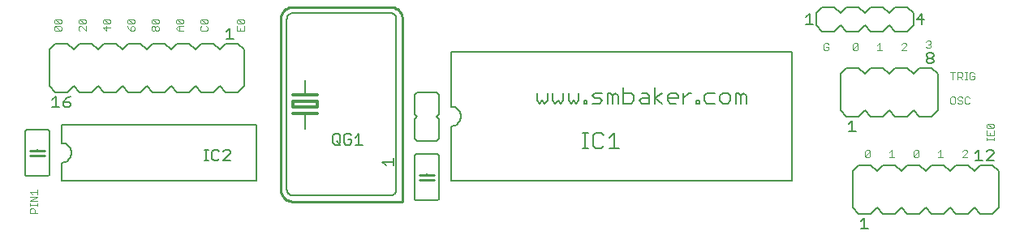
<source format=gto>
G75*
%MOIN*%
%OFA0B0*%
%FSLAX24Y24*%
%IPPOS*%
%LPD*%
%AMOC8*
5,1,8,0,0,1.08239X$1,22.5*
%
%ADD10C,0.0030*%
%ADD11C,0.0060*%
%ADD12C,0.0050*%
%ADD13C,0.0100*%
%ADD14C,0.0120*%
D10*
X000375Y002195D02*
X000375Y002340D01*
X000423Y002388D01*
X000520Y002388D01*
X000568Y002340D01*
X000568Y002195D01*
X000665Y002195D02*
X000375Y002195D01*
X000375Y002490D02*
X000375Y002586D01*
X000375Y002538D02*
X000665Y002538D01*
X000665Y002490D02*
X000665Y002586D01*
X000665Y002686D02*
X000375Y002686D01*
X000665Y002880D01*
X000375Y002880D01*
X000472Y002981D02*
X000375Y003077D01*
X000665Y003077D01*
X000665Y002981D02*
X000665Y003174D01*
X001423Y009695D02*
X001375Y009743D01*
X001375Y009840D01*
X001423Y009888D01*
X001617Y009695D01*
X001665Y009743D01*
X001665Y009840D01*
X001617Y009888D01*
X001423Y009888D01*
X001423Y009990D02*
X001375Y010038D01*
X001375Y010135D01*
X001423Y010183D01*
X001617Y009990D01*
X001665Y010038D01*
X001665Y010135D01*
X001617Y010183D01*
X001423Y010183D01*
X001423Y009990D02*
X001617Y009990D01*
X001617Y009695D02*
X001423Y009695D01*
X002375Y009743D02*
X002423Y009695D01*
X002375Y009743D02*
X002375Y009840D01*
X002423Y009888D01*
X002472Y009888D01*
X002665Y009695D01*
X002665Y009888D01*
X002617Y009990D02*
X002423Y010183D01*
X002617Y010183D01*
X002665Y010135D01*
X002665Y010038D01*
X002617Y009990D01*
X002423Y009990D01*
X002375Y010038D01*
X002375Y010135D01*
X002423Y010183D01*
X003375Y010135D02*
X003375Y010038D01*
X003423Y009990D01*
X003617Y009990D01*
X003423Y010183D01*
X003617Y010183D01*
X003665Y010135D01*
X003665Y010038D01*
X003617Y009990D01*
X003520Y009888D02*
X003520Y009695D01*
X003375Y009840D01*
X003665Y009840D01*
X004375Y009888D02*
X004423Y009792D01*
X004520Y009695D01*
X004520Y009840D01*
X004568Y009888D01*
X004617Y009888D01*
X004665Y009840D01*
X004665Y009743D01*
X004617Y009695D01*
X004520Y009695D01*
X004617Y009990D02*
X004423Y009990D01*
X004375Y010038D01*
X004375Y010135D01*
X004423Y010183D01*
X004617Y009990D01*
X004665Y010038D01*
X004665Y010135D01*
X004617Y010183D01*
X004423Y010183D01*
X003423Y010183D02*
X003375Y010135D01*
X005375Y010135D02*
X005375Y010038D01*
X005423Y009990D01*
X005617Y009990D01*
X005423Y010183D01*
X005617Y010183D01*
X005665Y010135D01*
X005665Y010038D01*
X005617Y009990D01*
X005617Y009888D02*
X005665Y009840D01*
X005665Y009743D01*
X005617Y009695D01*
X005568Y009695D01*
X005520Y009743D01*
X005520Y009840D01*
X005568Y009888D01*
X005617Y009888D01*
X005520Y009840D02*
X005472Y009888D01*
X005423Y009888D01*
X005375Y009840D01*
X005375Y009743D01*
X005423Y009695D01*
X005472Y009695D01*
X005520Y009743D01*
X006375Y009792D02*
X006472Y009888D01*
X006665Y009888D01*
X006617Y009990D02*
X006423Y010183D01*
X006617Y010183D01*
X006665Y010135D01*
X006665Y010038D01*
X006617Y009990D01*
X006423Y009990D01*
X006375Y010038D01*
X006375Y010135D01*
X006423Y010183D01*
X006520Y009888D02*
X006520Y009695D01*
X006472Y009695D02*
X006375Y009792D01*
X006472Y009695D02*
X006665Y009695D01*
X007375Y009743D02*
X007423Y009695D01*
X007617Y009695D01*
X007665Y009743D01*
X007665Y009840D01*
X007617Y009888D01*
X007617Y009990D02*
X007423Y010183D01*
X007617Y010183D01*
X007665Y010135D01*
X007665Y010038D01*
X007617Y009990D01*
X007423Y009990D01*
X007375Y010038D01*
X007375Y010135D01*
X007423Y010183D01*
X007423Y009888D02*
X007375Y009840D01*
X007375Y009743D01*
X008875Y009695D02*
X009165Y009695D01*
X009165Y009888D01*
X009117Y009990D02*
X008923Y010183D01*
X009117Y010183D01*
X009165Y010135D01*
X009165Y010038D01*
X009117Y009990D01*
X008923Y009990D01*
X008875Y010038D01*
X008875Y010135D01*
X008923Y010183D01*
X008875Y009888D02*
X008875Y009695D01*
X009020Y009695D02*
X009020Y009792D01*
X005423Y010183D02*
X005375Y010135D01*
X032995Y009137D02*
X032995Y008943D01*
X033043Y008895D01*
X033140Y008895D01*
X033188Y008943D01*
X033188Y009040D01*
X033092Y009040D01*
X033188Y009137D02*
X033140Y009185D01*
X033043Y009185D01*
X032995Y009137D01*
X034195Y009137D02*
X034195Y008943D01*
X034388Y009137D01*
X034388Y008943D01*
X034340Y008895D01*
X034243Y008895D01*
X034195Y008943D01*
X034195Y009137D02*
X034243Y009185D01*
X034340Y009185D01*
X034388Y009137D01*
X035195Y009088D02*
X035292Y009185D01*
X035292Y008895D01*
X035388Y008895D02*
X035195Y008895D01*
X036195Y008895D02*
X036388Y009088D01*
X036388Y009137D01*
X036340Y009185D01*
X036243Y009185D01*
X036195Y009137D01*
X036195Y008895D02*
X036388Y008895D01*
X037195Y009043D02*
X037243Y008995D01*
X037340Y008995D01*
X037388Y009043D01*
X037388Y009092D01*
X037340Y009140D01*
X037292Y009140D01*
X037340Y009140D02*
X037388Y009188D01*
X037388Y009237D01*
X037340Y009285D01*
X037243Y009285D01*
X037195Y009237D01*
X038195Y007985D02*
X038388Y007985D01*
X038292Y007985D02*
X038292Y007695D01*
X038490Y007695D02*
X038490Y007985D01*
X038635Y007985D01*
X038683Y007937D01*
X038683Y007840D01*
X038635Y007792D01*
X038490Y007792D01*
X038586Y007792D02*
X038683Y007695D01*
X038784Y007695D02*
X038881Y007695D01*
X038833Y007695D02*
X038833Y007985D01*
X038881Y007985D02*
X038784Y007985D01*
X038981Y007937D02*
X038981Y007743D01*
X039029Y007695D01*
X039126Y007695D01*
X039174Y007743D01*
X039174Y007840D01*
X039077Y007840D01*
X038981Y007937D02*
X039029Y007985D01*
X039126Y007985D01*
X039174Y007937D01*
X038929Y006985D02*
X038833Y006985D01*
X038784Y006937D01*
X038784Y006743D01*
X038833Y006695D01*
X038929Y006695D01*
X038978Y006743D01*
X038683Y006743D02*
X038635Y006695D01*
X038538Y006695D01*
X038490Y006743D01*
X038388Y006743D02*
X038340Y006695D01*
X038243Y006695D01*
X038195Y006743D01*
X038195Y006937D01*
X038243Y006985D01*
X038340Y006985D01*
X038388Y006937D01*
X038388Y006743D01*
X038490Y006888D02*
X038538Y006840D01*
X038635Y006840D01*
X038683Y006792D01*
X038683Y006743D01*
X038490Y006888D02*
X038490Y006937D01*
X038538Y006985D01*
X038635Y006985D01*
X038683Y006937D01*
X038929Y006985D02*
X038978Y006937D01*
X039723Y005880D02*
X039917Y005686D01*
X039965Y005734D01*
X039965Y005831D01*
X039917Y005880D01*
X039723Y005880D01*
X039675Y005831D01*
X039675Y005734D01*
X039723Y005686D01*
X039917Y005686D01*
X039965Y005585D02*
X039965Y005391D01*
X039675Y005391D01*
X039675Y005585D01*
X039820Y005488D02*
X039820Y005391D01*
X039965Y005292D02*
X039965Y005195D01*
X039965Y005243D02*
X039675Y005243D01*
X039675Y005195D02*
X039675Y005292D01*
X038888Y004737D02*
X038840Y004785D01*
X038743Y004785D01*
X038695Y004737D01*
X038888Y004737D02*
X038888Y004688D01*
X038695Y004495D01*
X038888Y004495D01*
X037888Y004495D02*
X037695Y004495D01*
X037792Y004495D02*
X037792Y004785D01*
X037695Y004688D01*
X036888Y004737D02*
X036888Y004543D01*
X036840Y004495D01*
X036743Y004495D01*
X036695Y004543D01*
X036888Y004737D01*
X036840Y004785D01*
X036743Y004785D01*
X036695Y004737D01*
X036695Y004543D01*
X035888Y004495D02*
X035695Y004495D01*
X035792Y004495D02*
X035792Y004785D01*
X035695Y004688D01*
X034888Y004737D02*
X034888Y004543D01*
X034840Y004495D01*
X034743Y004495D01*
X034695Y004543D01*
X034888Y004737D01*
X034840Y004785D01*
X034743Y004785D01*
X034695Y004737D01*
X034695Y004543D01*
D11*
X034930Y004180D02*
X034430Y004180D01*
X034180Y003930D01*
X034180Y002430D01*
X034430Y002180D01*
X034930Y002180D01*
X035180Y002430D01*
X035430Y002180D01*
X035930Y002180D01*
X036180Y002430D01*
X036430Y002180D01*
X036930Y002180D01*
X037180Y002430D01*
X037430Y002180D01*
X037930Y002180D01*
X038180Y002430D01*
X038430Y002180D01*
X038930Y002180D01*
X039180Y002430D01*
X039430Y002180D01*
X039930Y002180D01*
X040180Y002430D01*
X040180Y003930D01*
X039930Y004180D01*
X039430Y004180D01*
X039180Y003930D01*
X038930Y004180D01*
X038430Y004180D01*
X038180Y003930D01*
X037930Y004180D01*
X037430Y004180D01*
X037180Y003930D01*
X036930Y004180D01*
X036430Y004180D01*
X036180Y003930D01*
X035930Y004180D01*
X035430Y004180D01*
X035180Y003930D01*
X034930Y004180D01*
X031680Y003530D02*
X031680Y008830D01*
X017680Y008830D01*
X017680Y006580D01*
X017180Y006280D02*
X017180Y007080D01*
X017080Y007180D01*
X016280Y007180D01*
X016180Y007080D01*
X016180Y006280D01*
X016280Y006180D01*
X016180Y006080D01*
X016180Y005280D01*
X016280Y005180D01*
X017080Y005180D01*
X017180Y005280D01*
X017180Y006080D01*
X017080Y006180D01*
X017180Y006280D01*
X017680Y006580D02*
X017719Y006578D01*
X017758Y006572D01*
X017796Y006563D01*
X017833Y006550D01*
X017869Y006533D01*
X017902Y006513D01*
X017934Y006489D01*
X017963Y006463D01*
X017989Y006434D01*
X018013Y006402D01*
X018033Y006369D01*
X018050Y006333D01*
X018063Y006296D01*
X018072Y006258D01*
X018078Y006219D01*
X018080Y006180D01*
X018078Y006141D01*
X018072Y006102D01*
X018063Y006064D01*
X018050Y006027D01*
X018033Y005991D01*
X018013Y005958D01*
X017989Y005926D01*
X017963Y005897D01*
X017934Y005871D01*
X017902Y005847D01*
X017869Y005827D01*
X017833Y005810D01*
X017796Y005797D01*
X017758Y005788D01*
X017719Y005782D01*
X017680Y005780D01*
X017680Y003530D01*
X031680Y003530D01*
X024592Y004860D02*
X024165Y004860D01*
X024379Y004860D02*
X024379Y005501D01*
X024165Y005287D01*
X023948Y005394D02*
X023841Y005501D01*
X023628Y005501D01*
X023521Y005394D01*
X023521Y004967D01*
X023628Y004860D01*
X023841Y004860D01*
X023948Y004967D01*
X023305Y004860D02*
X023091Y004860D01*
X023198Y004860D02*
X023198Y005501D01*
X023091Y005501D02*
X023305Y005501D01*
X023250Y006710D02*
X023144Y006710D01*
X023144Y006817D01*
X023250Y006817D01*
X023250Y006710D01*
X023466Y006710D02*
X023786Y006710D01*
X023893Y006817D01*
X023786Y006924D01*
X023573Y006924D01*
X023466Y007030D01*
X023573Y007137D01*
X023893Y007137D01*
X024110Y007137D02*
X024217Y007137D01*
X024324Y007030D01*
X024431Y007137D01*
X024538Y007030D01*
X024538Y006710D01*
X024324Y006710D02*
X024324Y007030D01*
X024110Y007137D02*
X024110Y006710D01*
X024755Y006710D02*
X025075Y006710D01*
X025182Y006817D01*
X025182Y007030D01*
X025075Y007137D01*
X024755Y007137D01*
X024755Y007351D02*
X024755Y006710D01*
X025400Y006817D02*
X025506Y006710D01*
X025827Y006710D01*
X025827Y007030D01*
X025720Y007137D01*
X025506Y007137D01*
X025506Y006924D02*
X025827Y006924D01*
X026044Y006924D02*
X026364Y007137D01*
X026581Y007030D02*
X026688Y007137D01*
X026902Y007137D01*
X027008Y007030D01*
X027008Y006924D01*
X026581Y006924D01*
X026581Y007030D02*
X026581Y006817D01*
X026688Y006710D01*
X026902Y006710D01*
X027226Y006710D02*
X027226Y007137D01*
X027439Y007137D02*
X027546Y007137D01*
X027439Y007137D02*
X027226Y006924D01*
X027763Y006817D02*
X027763Y006710D01*
X027870Y006710D01*
X027870Y006817D01*
X027763Y006817D01*
X028085Y006817D02*
X028192Y006710D01*
X028512Y006710D01*
X028730Y006817D02*
X028837Y006710D01*
X029050Y006710D01*
X029157Y006817D01*
X029157Y007030D01*
X029050Y007137D01*
X028837Y007137D01*
X028730Y007030D01*
X028730Y006817D01*
X029374Y006710D02*
X029374Y007137D01*
X029481Y007137D01*
X029588Y007030D01*
X029695Y007137D01*
X029801Y007030D01*
X029801Y006710D01*
X029588Y006710D02*
X029588Y007030D01*
X028512Y007137D02*
X028192Y007137D01*
X028085Y007030D01*
X028085Y006817D01*
X026364Y006710D02*
X026044Y006924D01*
X026044Y006710D02*
X026044Y007351D01*
X025506Y006924D02*
X025400Y006817D01*
X022926Y006817D02*
X022926Y007137D01*
X022499Y007137D02*
X022499Y006817D01*
X022606Y006710D01*
X022713Y006817D01*
X022819Y006710D01*
X022926Y006817D01*
X022282Y006817D02*
X022282Y007137D01*
X021855Y007137D02*
X021855Y006817D01*
X021961Y006710D01*
X022068Y006817D01*
X022175Y006710D01*
X022282Y006817D01*
X021637Y006817D02*
X021637Y007137D01*
X021210Y007137D02*
X021210Y006817D01*
X021317Y006710D01*
X021424Y006817D01*
X021530Y006710D01*
X021637Y006817D01*
X017080Y004630D02*
X016280Y004630D01*
X016263Y004628D01*
X016246Y004624D01*
X016230Y004617D01*
X016216Y004607D01*
X016203Y004594D01*
X016193Y004580D01*
X016186Y004564D01*
X016182Y004547D01*
X016180Y004530D01*
X016180Y002830D01*
X016182Y002813D01*
X016186Y002796D01*
X016193Y002780D01*
X016203Y002766D01*
X016216Y002753D01*
X016230Y002743D01*
X016246Y002736D01*
X016263Y002732D01*
X016280Y002730D01*
X017080Y002730D01*
X017097Y002732D01*
X017114Y002736D01*
X017130Y002743D01*
X017144Y002753D01*
X017157Y002766D01*
X017167Y002780D01*
X017174Y002796D01*
X017178Y002813D01*
X017180Y002830D01*
X017180Y004530D01*
X017178Y004547D01*
X017174Y004564D01*
X017167Y004580D01*
X017157Y004594D01*
X017144Y004607D01*
X017130Y004617D01*
X017114Y004624D01*
X017097Y004628D01*
X017080Y004630D01*
X016680Y003830D02*
X016680Y003780D01*
X016680Y003580D02*
X016680Y003530D01*
X015430Y003180D02*
X015430Y010180D01*
X015428Y010210D01*
X015423Y010240D01*
X015414Y010269D01*
X015401Y010296D01*
X015386Y010322D01*
X015367Y010346D01*
X015346Y010367D01*
X015322Y010386D01*
X015296Y010401D01*
X015269Y010414D01*
X015240Y010423D01*
X015210Y010428D01*
X015180Y010430D01*
X011180Y010430D01*
X011150Y010428D01*
X011120Y010423D01*
X011091Y010414D01*
X011064Y010401D01*
X011038Y010386D01*
X011014Y010367D01*
X010993Y010346D01*
X010974Y010322D01*
X010959Y010296D01*
X010946Y010269D01*
X010937Y010240D01*
X010932Y010210D01*
X010930Y010180D01*
X010930Y003180D01*
X010932Y003150D01*
X010937Y003120D01*
X010946Y003091D01*
X010959Y003064D01*
X010974Y003038D01*
X010993Y003014D01*
X011014Y002993D01*
X011038Y002974D01*
X011064Y002959D01*
X011091Y002946D01*
X011120Y002937D01*
X011150Y002932D01*
X011180Y002930D01*
X015180Y002930D01*
X015210Y002932D01*
X015240Y002937D01*
X015269Y002946D01*
X015296Y002959D01*
X015322Y002974D01*
X015346Y002993D01*
X015367Y003014D01*
X015386Y003038D01*
X015401Y003064D01*
X015414Y003091D01*
X015423Y003120D01*
X015428Y003150D01*
X015430Y003180D01*
X009680Y003530D02*
X009680Y005830D01*
X001680Y005830D01*
X001680Y005080D01*
X001719Y005078D01*
X001758Y005072D01*
X001796Y005063D01*
X001833Y005050D01*
X001869Y005033D01*
X001902Y005013D01*
X001934Y004989D01*
X001963Y004963D01*
X001989Y004934D01*
X002013Y004902D01*
X002033Y004869D01*
X002050Y004833D01*
X002063Y004796D01*
X002072Y004758D01*
X002078Y004719D01*
X002080Y004680D01*
X002078Y004641D01*
X002072Y004602D01*
X002063Y004564D01*
X002050Y004527D01*
X002033Y004491D01*
X002013Y004458D01*
X001989Y004426D01*
X001963Y004397D01*
X001934Y004371D01*
X001902Y004347D01*
X001869Y004327D01*
X001833Y004310D01*
X001796Y004297D01*
X001758Y004288D01*
X001719Y004282D01*
X001680Y004280D01*
X001680Y003530D01*
X009680Y003530D01*
X011680Y005680D02*
X011680Y006310D01*
X011680Y007050D02*
X011680Y007680D01*
X009180Y007430D02*
X009180Y008930D01*
X008930Y009180D01*
X008430Y009180D01*
X008180Y008930D01*
X007930Y009180D01*
X007430Y009180D01*
X007180Y008930D01*
X006930Y009180D01*
X006430Y009180D01*
X006180Y008930D01*
X005930Y009180D01*
X005430Y009180D01*
X005180Y008930D01*
X004930Y009180D01*
X004430Y009180D01*
X004180Y008930D01*
X003930Y009180D01*
X003430Y009180D01*
X003180Y008930D01*
X002930Y009180D01*
X002430Y009180D01*
X002180Y008930D01*
X001930Y009180D01*
X001430Y009180D01*
X001180Y008930D01*
X001180Y007430D01*
X001430Y007180D01*
X001930Y007180D01*
X002180Y007430D01*
X002430Y007180D01*
X002930Y007180D01*
X003180Y007430D01*
X003430Y007180D01*
X003930Y007180D01*
X004180Y007430D01*
X004430Y007180D01*
X004930Y007180D01*
X005180Y007430D01*
X005430Y007180D01*
X005930Y007180D01*
X006180Y007430D01*
X006430Y007180D01*
X006930Y007180D01*
X007180Y007430D01*
X007430Y007180D01*
X007930Y007180D01*
X008180Y007430D01*
X008430Y007180D01*
X008930Y007180D01*
X009180Y007430D01*
X001180Y005530D02*
X001180Y003830D01*
X001178Y003813D01*
X001174Y003796D01*
X001167Y003780D01*
X001157Y003766D01*
X001144Y003753D01*
X001130Y003743D01*
X001114Y003736D01*
X001097Y003732D01*
X001080Y003730D01*
X000280Y003730D01*
X000263Y003732D01*
X000246Y003736D01*
X000230Y003743D01*
X000216Y003753D01*
X000203Y003766D01*
X000193Y003780D01*
X000186Y003796D01*
X000182Y003813D01*
X000180Y003830D01*
X000180Y005530D01*
X000182Y005547D01*
X000186Y005564D01*
X000193Y005580D01*
X000203Y005594D01*
X000216Y005607D01*
X000230Y005617D01*
X000246Y005624D01*
X000263Y005628D01*
X000280Y005630D01*
X001080Y005630D01*
X001097Y005628D01*
X001114Y005624D01*
X001130Y005617D01*
X001144Y005607D01*
X001157Y005594D01*
X001167Y005580D01*
X001174Y005564D01*
X001178Y005547D01*
X001180Y005530D01*
X000680Y004830D02*
X000680Y004780D01*
X000680Y004580D02*
X000680Y004530D01*
X032680Y009930D02*
X032930Y009680D01*
X033430Y009680D01*
X033680Y009930D01*
X033930Y009680D01*
X034430Y009680D01*
X034680Y009930D01*
X034930Y009680D01*
X035430Y009680D01*
X035680Y009930D01*
X035930Y009680D01*
X036430Y009680D01*
X036680Y009930D01*
X036680Y010430D01*
X036430Y010680D01*
X035930Y010680D01*
X035680Y010430D01*
X035430Y010680D01*
X034930Y010680D01*
X034680Y010430D01*
X034430Y010680D01*
X033930Y010680D01*
X033680Y010430D01*
X033430Y010680D01*
X032930Y010680D01*
X032680Y010430D01*
X032680Y009930D01*
X033930Y008180D02*
X033680Y007930D01*
X033680Y006430D01*
X033930Y006180D01*
X034430Y006180D01*
X034680Y006430D01*
X034930Y006180D01*
X035430Y006180D01*
X035680Y006430D01*
X035930Y006180D01*
X036430Y006180D01*
X036680Y006430D01*
X036930Y006180D01*
X037430Y006180D01*
X037680Y006430D01*
X037680Y007930D01*
X037430Y008180D01*
X036930Y008180D01*
X036680Y007930D01*
X036430Y008180D01*
X035930Y008180D01*
X035680Y007930D01*
X035430Y008180D01*
X034930Y008180D01*
X034680Y007930D01*
X034430Y008180D01*
X033930Y008180D01*
D12*
X037205Y008430D02*
X037280Y008355D01*
X037430Y008355D01*
X037505Y008430D01*
X037505Y008505D01*
X037430Y008580D01*
X037280Y008580D01*
X037205Y008655D01*
X037205Y008730D01*
X037280Y008805D01*
X037430Y008805D01*
X037505Y008730D01*
X037505Y008655D01*
X037430Y008580D01*
X037280Y008580D02*
X037205Y008505D01*
X037205Y008430D01*
X037030Y009955D02*
X037030Y010405D01*
X036805Y010180D01*
X037105Y010180D01*
X032555Y009955D02*
X032255Y009955D01*
X032405Y009955D02*
X032405Y010405D01*
X032255Y010255D01*
X034155Y006005D02*
X034155Y005555D01*
X034005Y005555D02*
X034305Y005555D01*
X034005Y005855D02*
X034155Y006005D01*
X039205Y004655D02*
X039355Y004805D01*
X039355Y004355D01*
X039205Y004355D02*
X039505Y004355D01*
X039665Y004355D02*
X039966Y004655D01*
X039966Y004730D01*
X039891Y004805D01*
X039740Y004805D01*
X039665Y004730D01*
X039665Y004355D02*
X039966Y004355D01*
X034655Y002005D02*
X034655Y001555D01*
X034505Y001555D02*
X034805Y001555D01*
X034505Y001855D02*
X034655Y002005D01*
X015305Y004155D02*
X015305Y004455D01*
X015305Y004305D02*
X014855Y004305D01*
X015005Y004155D01*
X014045Y005015D02*
X013745Y005015D01*
X013895Y005015D02*
X013895Y005465D01*
X013745Y005315D01*
X013584Y005240D02*
X013434Y005240D01*
X013584Y005240D02*
X013584Y005090D01*
X013509Y005015D01*
X013359Y005015D01*
X013284Y005090D01*
X013284Y005390D01*
X013359Y005465D01*
X013509Y005465D01*
X013584Y005390D01*
X013124Y005390D02*
X013124Y005090D01*
X013049Y005015D01*
X012899Y005015D01*
X012824Y005090D01*
X012824Y005390D01*
X012899Y005465D01*
X013049Y005465D01*
X013124Y005390D01*
X012974Y005165D02*
X013124Y005015D01*
X008623Y004730D02*
X008623Y004655D01*
X008322Y004355D01*
X008623Y004355D01*
X008162Y004430D02*
X008087Y004355D01*
X007937Y004355D01*
X007862Y004430D01*
X007862Y004730D01*
X007937Y004805D01*
X008087Y004805D01*
X008162Y004730D01*
X008322Y004730D02*
X008397Y004805D01*
X008548Y004805D01*
X008623Y004730D01*
X007705Y004805D02*
X007555Y004805D01*
X007630Y004805D02*
X007630Y004355D01*
X007555Y004355D02*
X007705Y004355D01*
X002045Y006630D02*
X001970Y006555D01*
X001820Y006555D01*
X001745Y006630D01*
X001745Y006780D01*
X001970Y006780D01*
X002045Y006705D01*
X002045Y006630D01*
X001895Y006930D02*
X001745Y006780D01*
X001434Y007005D02*
X001284Y006855D01*
X001434Y007005D02*
X001434Y006555D01*
X001284Y006555D02*
X001584Y006555D01*
X001895Y006930D02*
X002045Y007005D01*
X008445Y009355D02*
X008745Y009355D01*
X008595Y009355D02*
X008595Y009805D01*
X008445Y009655D01*
D13*
X010680Y010180D02*
X010680Y003180D01*
X010682Y003136D01*
X010688Y003093D01*
X010697Y003051D01*
X010710Y003009D01*
X010727Y002969D01*
X010747Y002930D01*
X010770Y002893D01*
X010797Y002859D01*
X010826Y002826D01*
X010859Y002797D01*
X010893Y002770D01*
X010930Y002747D01*
X010969Y002727D01*
X011009Y002710D01*
X011051Y002697D01*
X011093Y002688D01*
X011136Y002682D01*
X011180Y002680D01*
X015680Y002680D01*
X015680Y010180D01*
X015678Y010224D01*
X015672Y010267D01*
X015663Y010309D01*
X015650Y010351D01*
X015633Y010391D01*
X015613Y010430D01*
X015590Y010467D01*
X015563Y010501D01*
X015534Y010534D01*
X015501Y010563D01*
X015467Y010590D01*
X015430Y010613D01*
X015391Y010633D01*
X015351Y010650D01*
X015309Y010663D01*
X015267Y010672D01*
X015224Y010678D01*
X015180Y010680D01*
X011180Y010680D01*
X011136Y010678D01*
X011093Y010672D01*
X011051Y010663D01*
X011009Y010650D01*
X010969Y010633D01*
X010930Y010613D01*
X010893Y010590D01*
X010859Y010563D01*
X010826Y010534D01*
X010797Y010501D01*
X010770Y010467D01*
X010747Y010430D01*
X010727Y010391D01*
X010710Y010351D01*
X010697Y010309D01*
X010688Y010267D01*
X010682Y010224D01*
X010680Y010180D01*
X000980Y004780D02*
X000680Y004780D01*
X000380Y004780D01*
X000380Y004580D02*
X000680Y004580D01*
X000980Y004580D01*
X016380Y003780D02*
X016680Y003780D01*
X016980Y003780D01*
X016980Y003580D02*
X016680Y003580D01*
X016380Y003580D01*
D14*
X012180Y006310D02*
X011680Y006310D01*
X011180Y006310D01*
X011180Y006550D02*
X011180Y006800D01*
X012180Y006800D01*
X012180Y006550D01*
X011180Y006550D01*
X011180Y007050D02*
X011680Y007050D01*
X012180Y007050D01*
M02*

</source>
